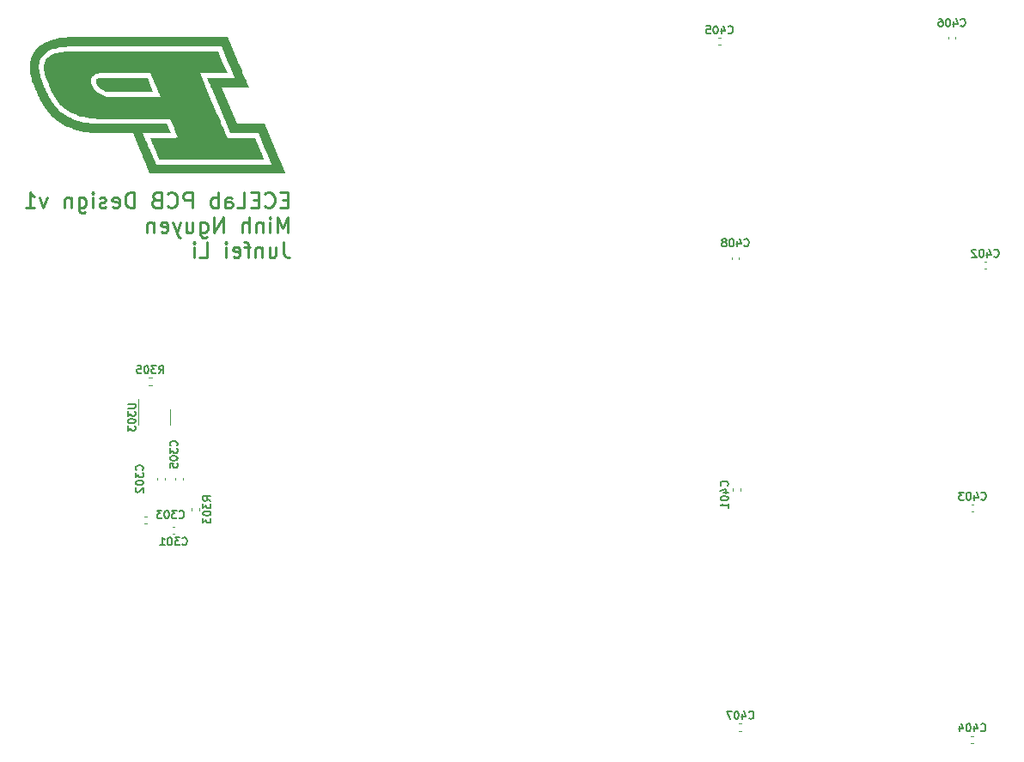
<source format=gbr>
%TF.GenerationSoftware,KiCad,Pcbnew,(6.0.7)*%
%TF.CreationDate,2023-05-23T08:38:14-04:00*%
%TF.ProjectId,ECELab_v1,4543454c-6162-45f7-9631-2e6b69636164,rev?*%
%TF.SameCoordinates,Original*%
%TF.FileFunction,Legend,Bot*%
%TF.FilePolarity,Positive*%
%FSLAX46Y46*%
G04 Gerber Fmt 4.6, Leading zero omitted, Abs format (unit mm)*
G04 Created by KiCad (PCBNEW (6.0.7)) date 2023-05-23 08:38:14*
%MOMM*%
%LPD*%
G01*
G04 APERTURE LIST*
%ADD10C,0.254000*%
%ADD11C,0.127000*%
%ADD12C,0.120000*%
G04 APERTURE END LIST*
D10*
X152430842Y-91112702D02*
X151922842Y-91112702D01*
X151705128Y-91910988D02*
X152430842Y-91910988D01*
X152430842Y-90386988D01*
X151705128Y-90386988D01*
X150181128Y-91765845D02*
X150253700Y-91838417D01*
X150471414Y-91910988D01*
X150616557Y-91910988D01*
X150834271Y-91838417D01*
X150979414Y-91693274D01*
X151051985Y-91548131D01*
X151124557Y-91257845D01*
X151124557Y-91040131D01*
X151051985Y-90749845D01*
X150979414Y-90604702D01*
X150834271Y-90459560D01*
X150616557Y-90386988D01*
X150471414Y-90386988D01*
X150253700Y-90459560D01*
X150181128Y-90532131D01*
X149527985Y-91112702D02*
X149019985Y-91112702D01*
X148802271Y-91910988D02*
X149527985Y-91910988D01*
X149527985Y-90386988D01*
X148802271Y-90386988D01*
X147423414Y-91910988D02*
X148149128Y-91910988D01*
X148149128Y-90386988D01*
X146262271Y-91910988D02*
X146262271Y-91112702D01*
X146334842Y-90967560D01*
X146479985Y-90894988D01*
X146770271Y-90894988D01*
X146915414Y-90967560D01*
X146262271Y-91838417D02*
X146407414Y-91910988D01*
X146770271Y-91910988D01*
X146915414Y-91838417D01*
X146987985Y-91693274D01*
X146987985Y-91548131D01*
X146915414Y-91402988D01*
X146770271Y-91330417D01*
X146407414Y-91330417D01*
X146262271Y-91257845D01*
X145536557Y-91910988D02*
X145536557Y-90386988D01*
X145536557Y-90967560D02*
X145391414Y-90894988D01*
X145101128Y-90894988D01*
X144955985Y-90967560D01*
X144883414Y-91040131D01*
X144810842Y-91185274D01*
X144810842Y-91620702D01*
X144883414Y-91765845D01*
X144955985Y-91838417D01*
X145101128Y-91910988D01*
X145391414Y-91910988D01*
X145536557Y-91838417D01*
X142996557Y-91910988D02*
X142996557Y-90386988D01*
X142415985Y-90386988D01*
X142270842Y-90459560D01*
X142198271Y-90532131D01*
X142125700Y-90677274D01*
X142125700Y-90894988D01*
X142198271Y-91040131D01*
X142270842Y-91112702D01*
X142415985Y-91185274D01*
X142996557Y-91185274D01*
X140601700Y-91765845D02*
X140674271Y-91838417D01*
X140891985Y-91910988D01*
X141037128Y-91910988D01*
X141254842Y-91838417D01*
X141399985Y-91693274D01*
X141472557Y-91548131D01*
X141545128Y-91257845D01*
X141545128Y-91040131D01*
X141472557Y-90749845D01*
X141399985Y-90604702D01*
X141254842Y-90459560D01*
X141037128Y-90386988D01*
X140891985Y-90386988D01*
X140674271Y-90459560D01*
X140601700Y-90532131D01*
X139440557Y-91112702D02*
X139222842Y-91185274D01*
X139150271Y-91257845D01*
X139077700Y-91402988D01*
X139077700Y-91620702D01*
X139150271Y-91765845D01*
X139222842Y-91838417D01*
X139367985Y-91910988D01*
X139948557Y-91910988D01*
X139948557Y-90386988D01*
X139440557Y-90386988D01*
X139295414Y-90459560D01*
X139222842Y-90532131D01*
X139150271Y-90677274D01*
X139150271Y-90822417D01*
X139222842Y-90967560D01*
X139295414Y-91040131D01*
X139440557Y-91112702D01*
X139948557Y-91112702D01*
X137263414Y-91910988D02*
X137263414Y-90386988D01*
X136900557Y-90386988D01*
X136682842Y-90459560D01*
X136537700Y-90604702D01*
X136465128Y-90749845D01*
X136392557Y-91040131D01*
X136392557Y-91257845D01*
X136465128Y-91548131D01*
X136537700Y-91693274D01*
X136682842Y-91838417D01*
X136900557Y-91910988D01*
X137263414Y-91910988D01*
X135158842Y-91838417D02*
X135303985Y-91910988D01*
X135594271Y-91910988D01*
X135739414Y-91838417D01*
X135811985Y-91693274D01*
X135811985Y-91112702D01*
X135739414Y-90967560D01*
X135594271Y-90894988D01*
X135303985Y-90894988D01*
X135158842Y-90967560D01*
X135086271Y-91112702D01*
X135086271Y-91257845D01*
X135811985Y-91402988D01*
X134505700Y-91838417D02*
X134360557Y-91910988D01*
X134070271Y-91910988D01*
X133925128Y-91838417D01*
X133852557Y-91693274D01*
X133852557Y-91620702D01*
X133925128Y-91475560D01*
X134070271Y-91402988D01*
X134287985Y-91402988D01*
X134433128Y-91330417D01*
X134505700Y-91185274D01*
X134505700Y-91112702D01*
X134433128Y-90967560D01*
X134287985Y-90894988D01*
X134070271Y-90894988D01*
X133925128Y-90967560D01*
X133199414Y-91910988D02*
X133199414Y-90894988D01*
X133199414Y-90386988D02*
X133271985Y-90459560D01*
X133199414Y-90532131D01*
X133126842Y-90459560D01*
X133199414Y-90386988D01*
X133199414Y-90532131D01*
X131820557Y-90894988D02*
X131820557Y-92128702D01*
X131893128Y-92273845D01*
X131965700Y-92346417D01*
X132110842Y-92418988D01*
X132328557Y-92418988D01*
X132473700Y-92346417D01*
X131820557Y-91838417D02*
X131965700Y-91910988D01*
X132255985Y-91910988D01*
X132401128Y-91838417D01*
X132473700Y-91765845D01*
X132546271Y-91620702D01*
X132546271Y-91185274D01*
X132473700Y-91040131D01*
X132401128Y-90967560D01*
X132255985Y-90894988D01*
X131965700Y-90894988D01*
X131820557Y-90967560D01*
X131094842Y-90894988D02*
X131094842Y-91910988D01*
X131094842Y-91040131D02*
X131022271Y-90967560D01*
X130877128Y-90894988D01*
X130659414Y-90894988D01*
X130514271Y-90967560D01*
X130441700Y-91112702D01*
X130441700Y-91910988D01*
X128699985Y-90894988D02*
X128337128Y-91910988D01*
X127974271Y-90894988D01*
X126595414Y-91910988D02*
X127466271Y-91910988D01*
X127030842Y-91910988D02*
X127030842Y-90386988D01*
X127175985Y-90604702D01*
X127321128Y-90749845D01*
X127466271Y-90822417D01*
X152430842Y-94364628D02*
X152430842Y-92840628D01*
X151922842Y-93929200D01*
X151414842Y-92840628D01*
X151414842Y-94364628D01*
X150689128Y-94364628D02*
X150689128Y-93348628D01*
X150689128Y-92840628D02*
X150761700Y-92913200D01*
X150689128Y-92985771D01*
X150616557Y-92913200D01*
X150689128Y-92840628D01*
X150689128Y-92985771D01*
X149963414Y-93348628D02*
X149963414Y-94364628D01*
X149963414Y-93493771D02*
X149890842Y-93421200D01*
X149745700Y-93348628D01*
X149527985Y-93348628D01*
X149382842Y-93421200D01*
X149310271Y-93566342D01*
X149310271Y-94364628D01*
X148584557Y-94364628D02*
X148584557Y-92840628D01*
X147931414Y-94364628D02*
X147931414Y-93566342D01*
X148003985Y-93421200D01*
X148149128Y-93348628D01*
X148366842Y-93348628D01*
X148511985Y-93421200D01*
X148584557Y-93493771D01*
X146044557Y-94364628D02*
X146044557Y-92840628D01*
X145173700Y-94364628D01*
X145173700Y-92840628D01*
X143794842Y-93348628D02*
X143794842Y-94582342D01*
X143867414Y-94727485D01*
X143939985Y-94800057D01*
X144085128Y-94872628D01*
X144302842Y-94872628D01*
X144447985Y-94800057D01*
X143794842Y-94292057D02*
X143939985Y-94364628D01*
X144230271Y-94364628D01*
X144375414Y-94292057D01*
X144447985Y-94219485D01*
X144520557Y-94074342D01*
X144520557Y-93638914D01*
X144447985Y-93493771D01*
X144375414Y-93421200D01*
X144230271Y-93348628D01*
X143939985Y-93348628D01*
X143794842Y-93421200D01*
X142415985Y-93348628D02*
X142415985Y-94364628D01*
X143069128Y-93348628D02*
X143069128Y-94146914D01*
X142996557Y-94292057D01*
X142851414Y-94364628D01*
X142633700Y-94364628D01*
X142488557Y-94292057D01*
X142415985Y-94219485D01*
X141835414Y-93348628D02*
X141472557Y-94364628D01*
X141109700Y-93348628D02*
X141472557Y-94364628D01*
X141617700Y-94727485D01*
X141690271Y-94800057D01*
X141835414Y-94872628D01*
X139948557Y-94292057D02*
X140093700Y-94364628D01*
X140383985Y-94364628D01*
X140529128Y-94292057D01*
X140601700Y-94146914D01*
X140601700Y-93566342D01*
X140529128Y-93421200D01*
X140383985Y-93348628D01*
X140093700Y-93348628D01*
X139948557Y-93421200D01*
X139875985Y-93566342D01*
X139875985Y-93711485D01*
X140601700Y-93856628D01*
X139222842Y-93348628D02*
X139222842Y-94364628D01*
X139222842Y-93493771D02*
X139150271Y-93421200D01*
X139005128Y-93348628D01*
X138787414Y-93348628D01*
X138642271Y-93421200D01*
X138569700Y-93566342D01*
X138569700Y-94364628D01*
X151995414Y-95294268D02*
X151995414Y-96382840D01*
X152067985Y-96600554D01*
X152213128Y-96745697D01*
X152430842Y-96818268D01*
X152575985Y-96818268D01*
X150616557Y-95802268D02*
X150616557Y-96818268D01*
X151269700Y-95802268D02*
X151269700Y-96600554D01*
X151197128Y-96745697D01*
X151051985Y-96818268D01*
X150834271Y-96818268D01*
X150689128Y-96745697D01*
X150616557Y-96673125D01*
X149890842Y-95802268D02*
X149890842Y-96818268D01*
X149890842Y-95947411D02*
X149818271Y-95874840D01*
X149673128Y-95802268D01*
X149455414Y-95802268D01*
X149310271Y-95874840D01*
X149237700Y-96019982D01*
X149237700Y-96818268D01*
X148729700Y-95802268D02*
X148149128Y-95802268D01*
X148511985Y-96818268D02*
X148511985Y-95511982D01*
X148439414Y-95366840D01*
X148294271Y-95294268D01*
X148149128Y-95294268D01*
X147060557Y-96745697D02*
X147205700Y-96818268D01*
X147495985Y-96818268D01*
X147641128Y-96745697D01*
X147713700Y-96600554D01*
X147713700Y-96019982D01*
X147641128Y-95874840D01*
X147495985Y-95802268D01*
X147205700Y-95802268D01*
X147060557Y-95874840D01*
X146987985Y-96019982D01*
X146987985Y-96165125D01*
X147713700Y-96310268D01*
X146334842Y-96818268D02*
X146334842Y-95802268D01*
X146334842Y-95294268D02*
X146407414Y-95366840D01*
X146334842Y-95439411D01*
X146262271Y-95366840D01*
X146334842Y-95294268D01*
X146334842Y-95439411D01*
X143722271Y-96818268D02*
X144447985Y-96818268D01*
X144447985Y-95294268D01*
X143214271Y-96818268D02*
X143214271Y-95802268D01*
X143214271Y-95294268D02*
X143286842Y-95366840D01*
X143214271Y-95439411D01*
X143141700Y-95366840D01*
X143214271Y-95294268D01*
X143214271Y-95439411D01*
D11*
%TO.C,C305*%
X141496142Y-115403085D02*
X141532428Y-115366800D01*
X141568714Y-115257942D01*
X141568714Y-115185371D01*
X141532428Y-115076514D01*
X141459857Y-115003942D01*
X141387285Y-114967657D01*
X141242142Y-114931371D01*
X141133285Y-114931371D01*
X140988142Y-114967657D01*
X140915571Y-115003942D01*
X140843000Y-115076514D01*
X140806714Y-115185371D01*
X140806714Y-115257942D01*
X140843000Y-115366800D01*
X140879285Y-115403085D01*
X140806714Y-115657085D02*
X140806714Y-116128800D01*
X141097000Y-115874800D01*
X141097000Y-115983657D01*
X141133285Y-116056228D01*
X141169571Y-116092514D01*
X141242142Y-116128800D01*
X141423571Y-116128800D01*
X141496142Y-116092514D01*
X141532428Y-116056228D01*
X141568714Y-115983657D01*
X141568714Y-115765942D01*
X141532428Y-115693371D01*
X141496142Y-115657085D01*
X140806714Y-116600514D02*
X140806714Y-116673085D01*
X140843000Y-116745657D01*
X140879285Y-116781942D01*
X140951857Y-116818228D01*
X141097000Y-116854514D01*
X141278428Y-116854514D01*
X141423571Y-116818228D01*
X141496142Y-116781942D01*
X141532428Y-116745657D01*
X141568714Y-116673085D01*
X141568714Y-116600514D01*
X141532428Y-116527942D01*
X141496142Y-116491657D01*
X141423571Y-116455371D01*
X141278428Y-116419085D01*
X141097000Y-116419085D01*
X140951857Y-116455371D01*
X140879285Y-116491657D01*
X140843000Y-116527942D01*
X140806714Y-116600514D01*
X140806714Y-117543942D02*
X140806714Y-117181085D01*
X141169571Y-117144800D01*
X141133285Y-117181085D01*
X141097000Y-117253657D01*
X141097000Y-117435085D01*
X141133285Y-117507657D01*
X141169571Y-117543942D01*
X141242142Y-117580228D01*
X141423571Y-117580228D01*
X141496142Y-117543942D01*
X141532428Y-117507657D01*
X141568714Y-117435085D01*
X141568714Y-117253657D01*
X141532428Y-117181085D01*
X141496142Y-117144800D01*
%TO.C,C302*%
X138117942Y-117816085D02*
X138154228Y-117779800D01*
X138190514Y-117670942D01*
X138190514Y-117598371D01*
X138154228Y-117489514D01*
X138081657Y-117416942D01*
X138009085Y-117380657D01*
X137863942Y-117344371D01*
X137755085Y-117344371D01*
X137609942Y-117380657D01*
X137537371Y-117416942D01*
X137464800Y-117489514D01*
X137428514Y-117598371D01*
X137428514Y-117670942D01*
X137464800Y-117779800D01*
X137501085Y-117816085D01*
X137428514Y-118070085D02*
X137428514Y-118541800D01*
X137718800Y-118287800D01*
X137718800Y-118396657D01*
X137755085Y-118469228D01*
X137791371Y-118505514D01*
X137863942Y-118541800D01*
X138045371Y-118541800D01*
X138117942Y-118505514D01*
X138154228Y-118469228D01*
X138190514Y-118396657D01*
X138190514Y-118178942D01*
X138154228Y-118106371D01*
X138117942Y-118070085D01*
X137428514Y-119013514D02*
X137428514Y-119086085D01*
X137464800Y-119158657D01*
X137501085Y-119194942D01*
X137573657Y-119231228D01*
X137718800Y-119267514D01*
X137900228Y-119267514D01*
X138045371Y-119231228D01*
X138117942Y-119194942D01*
X138154228Y-119158657D01*
X138190514Y-119086085D01*
X138190514Y-119013514D01*
X138154228Y-118940942D01*
X138117942Y-118904657D01*
X138045371Y-118868371D01*
X137900228Y-118832085D01*
X137718800Y-118832085D01*
X137573657Y-118868371D01*
X137501085Y-118904657D01*
X137464800Y-118940942D01*
X137428514Y-119013514D01*
X137501085Y-119557800D02*
X137464800Y-119594085D01*
X137428514Y-119666657D01*
X137428514Y-119848085D01*
X137464800Y-119920657D01*
X137501085Y-119956942D01*
X137573657Y-119993228D01*
X137646228Y-119993228D01*
X137755085Y-119956942D01*
X138190514Y-119521514D01*
X138190514Y-119993228D01*
%TO.C,C408*%
X197397914Y-95674542D02*
X197434200Y-95710828D01*
X197543057Y-95747114D01*
X197615628Y-95747114D01*
X197724485Y-95710828D01*
X197797057Y-95638257D01*
X197833342Y-95565685D01*
X197869628Y-95420542D01*
X197869628Y-95311685D01*
X197833342Y-95166542D01*
X197797057Y-95093971D01*
X197724485Y-95021400D01*
X197615628Y-94985114D01*
X197543057Y-94985114D01*
X197434200Y-95021400D01*
X197397914Y-95057685D01*
X196744771Y-95239114D02*
X196744771Y-95747114D01*
X196926200Y-94948828D02*
X197107628Y-95493114D01*
X196635914Y-95493114D01*
X196200485Y-94985114D02*
X196127914Y-94985114D01*
X196055342Y-95021400D01*
X196019057Y-95057685D01*
X195982771Y-95130257D01*
X195946485Y-95275400D01*
X195946485Y-95456828D01*
X195982771Y-95601971D01*
X196019057Y-95674542D01*
X196055342Y-95710828D01*
X196127914Y-95747114D01*
X196200485Y-95747114D01*
X196273057Y-95710828D01*
X196309342Y-95674542D01*
X196345628Y-95601971D01*
X196381914Y-95456828D01*
X196381914Y-95275400D01*
X196345628Y-95130257D01*
X196309342Y-95057685D01*
X196273057Y-95021400D01*
X196200485Y-94985114D01*
X195511057Y-95311685D02*
X195583628Y-95275400D01*
X195619914Y-95239114D01*
X195656200Y-95166542D01*
X195656200Y-95130257D01*
X195619914Y-95057685D01*
X195583628Y-95021400D01*
X195511057Y-94985114D01*
X195365914Y-94985114D01*
X195293342Y-95021400D01*
X195257057Y-95057685D01*
X195220771Y-95130257D01*
X195220771Y-95166542D01*
X195257057Y-95239114D01*
X195293342Y-95275400D01*
X195365914Y-95311685D01*
X195511057Y-95311685D01*
X195583628Y-95347971D01*
X195619914Y-95384257D01*
X195656200Y-95456828D01*
X195656200Y-95601971D01*
X195619914Y-95674542D01*
X195583628Y-95710828D01*
X195511057Y-95747114D01*
X195365914Y-95747114D01*
X195293342Y-95710828D01*
X195257057Y-95674542D01*
X195220771Y-95601971D01*
X195220771Y-95456828D01*
X195257057Y-95384257D01*
X195293342Y-95347971D01*
X195365914Y-95311685D01*
%TO.C,R303*%
X144845314Y-120838685D02*
X144482457Y-120584685D01*
X144845314Y-120403257D02*
X144083314Y-120403257D01*
X144083314Y-120693542D01*
X144119600Y-120766114D01*
X144155885Y-120802400D01*
X144228457Y-120838685D01*
X144337314Y-120838685D01*
X144409885Y-120802400D01*
X144446171Y-120766114D01*
X144482457Y-120693542D01*
X144482457Y-120403257D01*
X144083314Y-121092685D02*
X144083314Y-121564400D01*
X144373600Y-121310400D01*
X144373600Y-121419257D01*
X144409885Y-121491828D01*
X144446171Y-121528114D01*
X144518742Y-121564400D01*
X144700171Y-121564400D01*
X144772742Y-121528114D01*
X144809028Y-121491828D01*
X144845314Y-121419257D01*
X144845314Y-121201542D01*
X144809028Y-121128971D01*
X144772742Y-121092685D01*
X144083314Y-122036114D02*
X144083314Y-122108685D01*
X144119600Y-122181257D01*
X144155885Y-122217542D01*
X144228457Y-122253828D01*
X144373600Y-122290114D01*
X144555028Y-122290114D01*
X144700171Y-122253828D01*
X144772742Y-122217542D01*
X144809028Y-122181257D01*
X144845314Y-122108685D01*
X144845314Y-122036114D01*
X144809028Y-121963542D01*
X144772742Y-121927257D01*
X144700171Y-121890971D01*
X144555028Y-121854685D01*
X144373600Y-121854685D01*
X144228457Y-121890971D01*
X144155885Y-121927257D01*
X144119600Y-121963542D01*
X144083314Y-122036114D01*
X144083314Y-122544114D02*
X144083314Y-123015828D01*
X144373600Y-122761828D01*
X144373600Y-122870685D01*
X144409885Y-122943257D01*
X144446171Y-122979542D01*
X144518742Y-123015828D01*
X144700171Y-123015828D01*
X144772742Y-122979542D01*
X144809028Y-122943257D01*
X144845314Y-122870685D01*
X144845314Y-122652971D01*
X144809028Y-122580400D01*
X144772742Y-122544114D01*
%TO.C,C407*%
X197880514Y-142291942D02*
X197916800Y-142328228D01*
X198025657Y-142364514D01*
X198098228Y-142364514D01*
X198207085Y-142328228D01*
X198279657Y-142255657D01*
X198315942Y-142183085D01*
X198352228Y-142037942D01*
X198352228Y-141929085D01*
X198315942Y-141783942D01*
X198279657Y-141711371D01*
X198207085Y-141638800D01*
X198098228Y-141602514D01*
X198025657Y-141602514D01*
X197916800Y-141638800D01*
X197880514Y-141675085D01*
X197227371Y-141856514D02*
X197227371Y-142364514D01*
X197408800Y-141566228D02*
X197590228Y-142110514D01*
X197118514Y-142110514D01*
X196683085Y-141602514D02*
X196610514Y-141602514D01*
X196537942Y-141638800D01*
X196501657Y-141675085D01*
X196465371Y-141747657D01*
X196429085Y-141892800D01*
X196429085Y-142074228D01*
X196465371Y-142219371D01*
X196501657Y-142291942D01*
X196537942Y-142328228D01*
X196610514Y-142364514D01*
X196683085Y-142364514D01*
X196755657Y-142328228D01*
X196791942Y-142291942D01*
X196828228Y-142219371D01*
X196864514Y-142074228D01*
X196864514Y-141892800D01*
X196828228Y-141747657D01*
X196791942Y-141675085D01*
X196755657Y-141638800D01*
X196683085Y-141602514D01*
X196175085Y-141602514D02*
X195667085Y-141602514D01*
X195993657Y-142364514D01*
%TO.C,C301*%
X142025914Y-125138542D02*
X142062200Y-125174828D01*
X142171057Y-125211114D01*
X142243628Y-125211114D01*
X142352485Y-125174828D01*
X142425057Y-125102257D01*
X142461342Y-125029685D01*
X142497628Y-124884542D01*
X142497628Y-124775685D01*
X142461342Y-124630542D01*
X142425057Y-124557971D01*
X142352485Y-124485400D01*
X142243628Y-124449114D01*
X142171057Y-124449114D01*
X142062200Y-124485400D01*
X142025914Y-124521685D01*
X141771914Y-124449114D02*
X141300200Y-124449114D01*
X141554200Y-124739400D01*
X141445342Y-124739400D01*
X141372771Y-124775685D01*
X141336485Y-124811971D01*
X141300200Y-124884542D01*
X141300200Y-125065971D01*
X141336485Y-125138542D01*
X141372771Y-125174828D01*
X141445342Y-125211114D01*
X141663057Y-125211114D01*
X141735628Y-125174828D01*
X141771914Y-125138542D01*
X140828485Y-124449114D02*
X140755914Y-124449114D01*
X140683342Y-124485400D01*
X140647057Y-124521685D01*
X140610771Y-124594257D01*
X140574485Y-124739400D01*
X140574485Y-124920828D01*
X140610771Y-125065971D01*
X140647057Y-125138542D01*
X140683342Y-125174828D01*
X140755914Y-125211114D01*
X140828485Y-125211114D01*
X140901057Y-125174828D01*
X140937342Y-125138542D01*
X140973628Y-125065971D01*
X141009914Y-124920828D01*
X141009914Y-124739400D01*
X140973628Y-124594257D01*
X140937342Y-124521685D01*
X140901057Y-124485400D01*
X140828485Y-124449114D01*
X139848771Y-125211114D02*
X140284200Y-125211114D01*
X140066485Y-125211114D02*
X140066485Y-124449114D01*
X140139057Y-124557971D01*
X140211628Y-124630542D01*
X140284200Y-124666828D01*
%TO.C,C406*%
X218733914Y-73957542D02*
X218770200Y-73993828D01*
X218879057Y-74030114D01*
X218951628Y-74030114D01*
X219060485Y-73993828D01*
X219133057Y-73921257D01*
X219169342Y-73848685D01*
X219205628Y-73703542D01*
X219205628Y-73594685D01*
X219169342Y-73449542D01*
X219133057Y-73376971D01*
X219060485Y-73304400D01*
X218951628Y-73268114D01*
X218879057Y-73268114D01*
X218770200Y-73304400D01*
X218733914Y-73340685D01*
X218080771Y-73522114D02*
X218080771Y-74030114D01*
X218262200Y-73231828D02*
X218443628Y-73776114D01*
X217971914Y-73776114D01*
X217536485Y-73268114D02*
X217463914Y-73268114D01*
X217391342Y-73304400D01*
X217355057Y-73340685D01*
X217318771Y-73413257D01*
X217282485Y-73558400D01*
X217282485Y-73739828D01*
X217318771Y-73884971D01*
X217355057Y-73957542D01*
X217391342Y-73993828D01*
X217463914Y-74030114D01*
X217536485Y-74030114D01*
X217609057Y-73993828D01*
X217645342Y-73957542D01*
X217681628Y-73884971D01*
X217717914Y-73739828D01*
X217717914Y-73558400D01*
X217681628Y-73413257D01*
X217645342Y-73340685D01*
X217609057Y-73304400D01*
X217536485Y-73268114D01*
X216629342Y-73268114D02*
X216774485Y-73268114D01*
X216847057Y-73304400D01*
X216883342Y-73340685D01*
X216955914Y-73449542D01*
X216992200Y-73594685D01*
X216992200Y-73884971D01*
X216955914Y-73957542D01*
X216919628Y-73993828D01*
X216847057Y-74030114D01*
X216701914Y-74030114D01*
X216629342Y-73993828D01*
X216593057Y-73957542D01*
X216556771Y-73884971D01*
X216556771Y-73703542D01*
X216593057Y-73630971D01*
X216629342Y-73594685D01*
X216701914Y-73558400D01*
X216847057Y-73558400D01*
X216919628Y-73594685D01*
X216955914Y-73630971D01*
X216992200Y-73703542D01*
%TO.C,C303*%
X141721114Y-122496942D02*
X141757400Y-122533228D01*
X141866257Y-122569514D01*
X141938828Y-122569514D01*
X142047685Y-122533228D01*
X142120257Y-122460657D01*
X142156542Y-122388085D01*
X142192828Y-122242942D01*
X142192828Y-122134085D01*
X142156542Y-121988942D01*
X142120257Y-121916371D01*
X142047685Y-121843800D01*
X141938828Y-121807514D01*
X141866257Y-121807514D01*
X141757400Y-121843800D01*
X141721114Y-121880085D01*
X141467114Y-121807514D02*
X140995400Y-121807514D01*
X141249400Y-122097800D01*
X141140542Y-122097800D01*
X141067971Y-122134085D01*
X141031685Y-122170371D01*
X140995400Y-122242942D01*
X140995400Y-122424371D01*
X141031685Y-122496942D01*
X141067971Y-122533228D01*
X141140542Y-122569514D01*
X141358257Y-122569514D01*
X141430828Y-122533228D01*
X141467114Y-122496942D01*
X140523685Y-121807514D02*
X140451114Y-121807514D01*
X140378542Y-121843800D01*
X140342257Y-121880085D01*
X140305971Y-121952657D01*
X140269685Y-122097800D01*
X140269685Y-122279228D01*
X140305971Y-122424371D01*
X140342257Y-122496942D01*
X140378542Y-122533228D01*
X140451114Y-122569514D01*
X140523685Y-122569514D01*
X140596257Y-122533228D01*
X140632542Y-122496942D01*
X140668828Y-122424371D01*
X140705114Y-122279228D01*
X140705114Y-122097800D01*
X140668828Y-121952657D01*
X140632542Y-121880085D01*
X140596257Y-121843800D01*
X140523685Y-121807514D01*
X140015685Y-121807514D02*
X139543971Y-121807514D01*
X139797971Y-122097800D01*
X139689114Y-122097800D01*
X139616542Y-122134085D01*
X139580257Y-122170371D01*
X139543971Y-122242942D01*
X139543971Y-122424371D01*
X139580257Y-122496942D01*
X139616542Y-122533228D01*
X139689114Y-122569514D01*
X139906828Y-122569514D01*
X139979400Y-122533228D01*
X140015685Y-122496942D01*
%TO.C,U303*%
X136641114Y-111266514D02*
X137257971Y-111266514D01*
X137330542Y-111302800D01*
X137366828Y-111339085D01*
X137403114Y-111411657D01*
X137403114Y-111556800D01*
X137366828Y-111629371D01*
X137330542Y-111665657D01*
X137257971Y-111701942D01*
X136641114Y-111701942D01*
X136641114Y-111992228D02*
X136641114Y-112463942D01*
X136931400Y-112209942D01*
X136931400Y-112318800D01*
X136967685Y-112391371D01*
X137003971Y-112427657D01*
X137076542Y-112463942D01*
X137257971Y-112463942D01*
X137330542Y-112427657D01*
X137366828Y-112391371D01*
X137403114Y-112318800D01*
X137403114Y-112101085D01*
X137366828Y-112028514D01*
X137330542Y-111992228D01*
X136641114Y-112935657D02*
X136641114Y-113008228D01*
X136677400Y-113080800D01*
X136713685Y-113117085D01*
X136786257Y-113153371D01*
X136931400Y-113189657D01*
X137112828Y-113189657D01*
X137257971Y-113153371D01*
X137330542Y-113117085D01*
X137366828Y-113080800D01*
X137403114Y-113008228D01*
X137403114Y-112935657D01*
X137366828Y-112863085D01*
X137330542Y-112826800D01*
X137257971Y-112790514D01*
X137112828Y-112754228D01*
X136931400Y-112754228D01*
X136786257Y-112790514D01*
X136713685Y-112826800D01*
X136677400Y-112863085D01*
X136641114Y-112935657D01*
X136641114Y-113443657D02*
X136641114Y-113915371D01*
X136931400Y-113661371D01*
X136931400Y-113770228D01*
X136967685Y-113842800D01*
X137003971Y-113879085D01*
X137076542Y-113915371D01*
X137257971Y-113915371D01*
X137330542Y-113879085D01*
X137366828Y-113842800D01*
X137403114Y-113770228D01*
X137403114Y-113552514D01*
X137366828Y-113479942D01*
X137330542Y-113443657D01*
%TO.C,C402*%
X222027714Y-96712142D02*
X222064000Y-96748428D01*
X222172857Y-96784714D01*
X222245428Y-96784714D01*
X222354285Y-96748428D01*
X222426857Y-96675857D01*
X222463142Y-96603285D01*
X222499428Y-96458142D01*
X222499428Y-96349285D01*
X222463142Y-96204142D01*
X222426857Y-96131571D01*
X222354285Y-96059000D01*
X222245428Y-96022714D01*
X222172857Y-96022714D01*
X222064000Y-96059000D01*
X222027714Y-96095285D01*
X221374571Y-96276714D02*
X221374571Y-96784714D01*
X221556000Y-95986428D02*
X221737428Y-96530714D01*
X221265714Y-96530714D01*
X220830285Y-96022714D02*
X220757714Y-96022714D01*
X220685142Y-96059000D01*
X220648857Y-96095285D01*
X220612571Y-96167857D01*
X220576285Y-96313000D01*
X220576285Y-96494428D01*
X220612571Y-96639571D01*
X220648857Y-96712142D01*
X220685142Y-96748428D01*
X220757714Y-96784714D01*
X220830285Y-96784714D01*
X220902857Y-96748428D01*
X220939142Y-96712142D01*
X220975428Y-96639571D01*
X221011714Y-96494428D01*
X221011714Y-96313000D01*
X220975428Y-96167857D01*
X220939142Y-96095285D01*
X220902857Y-96059000D01*
X220830285Y-96022714D01*
X220286000Y-96095285D02*
X220249714Y-96059000D01*
X220177142Y-96022714D01*
X219995714Y-96022714D01*
X219923142Y-96059000D01*
X219886857Y-96095285D01*
X219850571Y-96167857D01*
X219850571Y-96240428D01*
X219886857Y-96349285D01*
X220322285Y-96784714D01*
X219850571Y-96784714D01*
%TO.C,C404*%
X220740514Y-143511142D02*
X220776800Y-143547428D01*
X220885657Y-143583714D01*
X220958228Y-143583714D01*
X221067085Y-143547428D01*
X221139657Y-143474857D01*
X221175942Y-143402285D01*
X221212228Y-143257142D01*
X221212228Y-143148285D01*
X221175942Y-143003142D01*
X221139657Y-142930571D01*
X221067085Y-142858000D01*
X220958228Y-142821714D01*
X220885657Y-142821714D01*
X220776800Y-142858000D01*
X220740514Y-142894285D01*
X220087371Y-143075714D02*
X220087371Y-143583714D01*
X220268800Y-142785428D02*
X220450228Y-143329714D01*
X219978514Y-143329714D01*
X219543085Y-142821714D02*
X219470514Y-142821714D01*
X219397942Y-142858000D01*
X219361657Y-142894285D01*
X219325371Y-142966857D01*
X219289085Y-143112000D01*
X219289085Y-143293428D01*
X219325371Y-143438571D01*
X219361657Y-143511142D01*
X219397942Y-143547428D01*
X219470514Y-143583714D01*
X219543085Y-143583714D01*
X219615657Y-143547428D01*
X219651942Y-143511142D01*
X219688228Y-143438571D01*
X219724514Y-143293428D01*
X219724514Y-143112000D01*
X219688228Y-142966857D01*
X219651942Y-142894285D01*
X219615657Y-142858000D01*
X219543085Y-142821714D01*
X218635942Y-143075714D02*
X218635942Y-143583714D01*
X218817371Y-142785428D02*
X218998800Y-143329714D01*
X218527085Y-143329714D01*
%TO.C,C401*%
X195750542Y-119365485D02*
X195786828Y-119329200D01*
X195823114Y-119220342D01*
X195823114Y-119147771D01*
X195786828Y-119038914D01*
X195714257Y-118966342D01*
X195641685Y-118930057D01*
X195496542Y-118893771D01*
X195387685Y-118893771D01*
X195242542Y-118930057D01*
X195169971Y-118966342D01*
X195097400Y-119038914D01*
X195061114Y-119147771D01*
X195061114Y-119220342D01*
X195097400Y-119329200D01*
X195133685Y-119365485D01*
X195315114Y-120018628D02*
X195823114Y-120018628D01*
X195024828Y-119837200D02*
X195569114Y-119655771D01*
X195569114Y-120127485D01*
X195061114Y-120562914D02*
X195061114Y-120635485D01*
X195097400Y-120708057D01*
X195133685Y-120744342D01*
X195206257Y-120780628D01*
X195351400Y-120816914D01*
X195532828Y-120816914D01*
X195677971Y-120780628D01*
X195750542Y-120744342D01*
X195786828Y-120708057D01*
X195823114Y-120635485D01*
X195823114Y-120562914D01*
X195786828Y-120490342D01*
X195750542Y-120454057D01*
X195677971Y-120417771D01*
X195532828Y-120381485D01*
X195351400Y-120381485D01*
X195206257Y-120417771D01*
X195133685Y-120454057D01*
X195097400Y-120490342D01*
X195061114Y-120562914D01*
X195823114Y-121542628D02*
X195823114Y-121107200D01*
X195823114Y-121324914D02*
X195061114Y-121324914D01*
X195169971Y-121252342D01*
X195242542Y-121179771D01*
X195278828Y-121107200D01*
%TO.C,C405*%
X195827714Y-74668742D02*
X195864000Y-74705028D01*
X195972857Y-74741314D01*
X196045428Y-74741314D01*
X196154285Y-74705028D01*
X196226857Y-74632457D01*
X196263142Y-74559885D01*
X196299428Y-74414742D01*
X196299428Y-74305885D01*
X196263142Y-74160742D01*
X196226857Y-74088171D01*
X196154285Y-74015600D01*
X196045428Y-73979314D01*
X195972857Y-73979314D01*
X195864000Y-74015600D01*
X195827714Y-74051885D01*
X195174571Y-74233314D02*
X195174571Y-74741314D01*
X195356000Y-73943028D02*
X195537428Y-74487314D01*
X195065714Y-74487314D01*
X194630285Y-73979314D02*
X194557714Y-73979314D01*
X194485142Y-74015600D01*
X194448857Y-74051885D01*
X194412571Y-74124457D01*
X194376285Y-74269600D01*
X194376285Y-74451028D01*
X194412571Y-74596171D01*
X194448857Y-74668742D01*
X194485142Y-74705028D01*
X194557714Y-74741314D01*
X194630285Y-74741314D01*
X194702857Y-74705028D01*
X194739142Y-74668742D01*
X194775428Y-74596171D01*
X194811714Y-74451028D01*
X194811714Y-74269600D01*
X194775428Y-74124457D01*
X194739142Y-74051885D01*
X194702857Y-74015600D01*
X194630285Y-73979314D01*
X193686857Y-73979314D02*
X194049714Y-73979314D01*
X194086000Y-74342171D01*
X194049714Y-74305885D01*
X193977142Y-74269600D01*
X193795714Y-74269600D01*
X193723142Y-74305885D01*
X193686857Y-74342171D01*
X193650571Y-74414742D01*
X193650571Y-74596171D01*
X193686857Y-74668742D01*
X193723142Y-74705028D01*
X193795714Y-74741314D01*
X193977142Y-74741314D01*
X194049714Y-74705028D01*
X194086000Y-74668742D01*
%TO.C,R305*%
X139714514Y-108269314D02*
X139968514Y-107906457D01*
X140149942Y-108269314D02*
X140149942Y-107507314D01*
X139859657Y-107507314D01*
X139787085Y-107543600D01*
X139750800Y-107579885D01*
X139714514Y-107652457D01*
X139714514Y-107761314D01*
X139750800Y-107833885D01*
X139787085Y-107870171D01*
X139859657Y-107906457D01*
X140149942Y-107906457D01*
X139460514Y-107507314D02*
X138988800Y-107507314D01*
X139242800Y-107797600D01*
X139133942Y-107797600D01*
X139061371Y-107833885D01*
X139025085Y-107870171D01*
X138988800Y-107942742D01*
X138988800Y-108124171D01*
X139025085Y-108196742D01*
X139061371Y-108233028D01*
X139133942Y-108269314D01*
X139351657Y-108269314D01*
X139424228Y-108233028D01*
X139460514Y-108196742D01*
X138517085Y-107507314D02*
X138444514Y-107507314D01*
X138371942Y-107543600D01*
X138335657Y-107579885D01*
X138299371Y-107652457D01*
X138263085Y-107797600D01*
X138263085Y-107979028D01*
X138299371Y-108124171D01*
X138335657Y-108196742D01*
X138371942Y-108233028D01*
X138444514Y-108269314D01*
X138517085Y-108269314D01*
X138589657Y-108233028D01*
X138625942Y-108196742D01*
X138662228Y-108124171D01*
X138698514Y-107979028D01*
X138698514Y-107797600D01*
X138662228Y-107652457D01*
X138625942Y-107579885D01*
X138589657Y-107543600D01*
X138517085Y-107507314D01*
X137573657Y-107507314D02*
X137936514Y-107507314D01*
X137972800Y-107870171D01*
X137936514Y-107833885D01*
X137863942Y-107797600D01*
X137682514Y-107797600D01*
X137609942Y-107833885D01*
X137573657Y-107870171D01*
X137537371Y-107942742D01*
X137537371Y-108124171D01*
X137573657Y-108196742D01*
X137609942Y-108233028D01*
X137682514Y-108269314D01*
X137863942Y-108269314D01*
X137936514Y-108233028D01*
X137972800Y-108196742D01*
%TO.C,C403*%
X220765914Y-120676542D02*
X220802200Y-120712828D01*
X220911057Y-120749114D01*
X220983628Y-120749114D01*
X221092485Y-120712828D01*
X221165057Y-120640257D01*
X221201342Y-120567685D01*
X221237628Y-120422542D01*
X221237628Y-120313685D01*
X221201342Y-120168542D01*
X221165057Y-120095971D01*
X221092485Y-120023400D01*
X220983628Y-119987114D01*
X220911057Y-119987114D01*
X220802200Y-120023400D01*
X220765914Y-120059685D01*
X220112771Y-120241114D02*
X220112771Y-120749114D01*
X220294200Y-119950828D02*
X220475628Y-120495114D01*
X220003914Y-120495114D01*
X219568485Y-119987114D02*
X219495914Y-119987114D01*
X219423342Y-120023400D01*
X219387057Y-120059685D01*
X219350771Y-120132257D01*
X219314485Y-120277400D01*
X219314485Y-120458828D01*
X219350771Y-120603971D01*
X219387057Y-120676542D01*
X219423342Y-120712828D01*
X219495914Y-120749114D01*
X219568485Y-120749114D01*
X219641057Y-120712828D01*
X219677342Y-120676542D01*
X219713628Y-120603971D01*
X219749914Y-120458828D01*
X219749914Y-120277400D01*
X219713628Y-120132257D01*
X219677342Y-120059685D01*
X219641057Y-120023400D01*
X219568485Y-119987114D01*
X219060485Y-119987114D02*
X218588771Y-119987114D01*
X218842771Y-120277400D01*
X218733914Y-120277400D01*
X218661342Y-120313685D01*
X218625057Y-120349971D01*
X218588771Y-120422542D01*
X218588771Y-120603971D01*
X218625057Y-120676542D01*
X218661342Y-120712828D01*
X218733914Y-120749114D01*
X218951628Y-120749114D01*
X219024200Y-120712828D01*
X219060485Y-120676542D01*
D12*
%TO.C,C305*%
X141346600Y-118776636D02*
X141346600Y-118560964D01*
X142066600Y-118776636D02*
X142066600Y-118560964D01*
%TO.C,G\u002A\u002A\u002A*%
G36*
X145058830Y-81690498D02*
G01*
X145157177Y-81921521D01*
X145253994Y-82148947D01*
X145348952Y-82372004D01*
X145441723Y-82589919D01*
X145531979Y-82801922D01*
X145619390Y-83007241D01*
X145703629Y-83205103D01*
X145784366Y-83394739D01*
X145861274Y-83575375D01*
X145934023Y-83746241D01*
X146002286Y-83906565D01*
X146065733Y-84055574D01*
X146124036Y-84192499D01*
X146176867Y-84316566D01*
X146223896Y-84427004D01*
X146264797Y-84523042D01*
X146299239Y-84603908D01*
X146326894Y-84668831D01*
X146347435Y-84717038D01*
X146360532Y-84747759D01*
X146475856Y-85018095D01*
X147839169Y-85020611D01*
X149202482Y-85023126D01*
X149658440Y-86094340D01*
X149692671Y-86174784D01*
X149750325Y-86310372D01*
X149805490Y-86440234D01*
X149857686Y-86563230D01*
X149906430Y-86678222D01*
X149951242Y-86784071D01*
X149991641Y-86879638D01*
X150027144Y-86963785D01*
X150057272Y-87035371D01*
X150081543Y-87093259D01*
X150099474Y-87136310D01*
X150110586Y-87163384D01*
X150114397Y-87173344D01*
X150111748Y-87173594D01*
X150091873Y-87174071D01*
X150053037Y-87174541D01*
X149995823Y-87175001D01*
X149920813Y-87175452D01*
X149828588Y-87175893D01*
X149719732Y-87176321D01*
X149594825Y-87176738D01*
X149454451Y-87177141D01*
X149299190Y-87177530D01*
X149129625Y-87177904D01*
X148946338Y-87178262D01*
X148749911Y-87178604D01*
X148540926Y-87178928D01*
X148319965Y-87179233D01*
X148087610Y-87179519D01*
X147844443Y-87179785D01*
X147591046Y-87180029D01*
X147328002Y-87180252D01*
X147055891Y-87180451D01*
X146775297Y-87180627D01*
X146486800Y-87180778D01*
X146190984Y-87180904D01*
X145888430Y-87181003D01*
X145579721Y-87181075D01*
X145265437Y-87181119D01*
X144946162Y-87181134D01*
X144736853Y-87181132D01*
X144351450Y-87181115D01*
X143985235Y-87181080D01*
X143637777Y-87181026D01*
X143308646Y-87180953D01*
X142997410Y-87180859D01*
X142703639Y-87180743D01*
X142426902Y-87180605D01*
X142166770Y-87180442D01*
X141922810Y-87180254D01*
X141694592Y-87180041D01*
X141481686Y-87179801D01*
X141283660Y-87179532D01*
X141100085Y-87179235D01*
X140930529Y-87178907D01*
X140774561Y-87178548D01*
X140631752Y-87178157D01*
X140501670Y-87177733D01*
X140383884Y-87177275D01*
X140277965Y-87176782D01*
X140183480Y-87176252D01*
X140100000Y-87175685D01*
X140027094Y-87175079D01*
X139964331Y-87174435D01*
X139911280Y-87173749D01*
X139867511Y-87173023D01*
X139832592Y-87172254D01*
X139806094Y-87171441D01*
X139787586Y-87170584D01*
X139776636Y-87169681D01*
X139772815Y-87168732D01*
X139771703Y-87166100D01*
X139763829Y-87147579D01*
X139748889Y-87112488D01*
X139727376Y-87061983D01*
X139699783Y-86997221D01*
X139666602Y-86919358D01*
X139628327Y-86829551D01*
X139585450Y-86728954D01*
X139538465Y-86618725D01*
X139487862Y-86500020D01*
X139434137Y-86373995D01*
X139377780Y-86241807D01*
X139319286Y-86104611D01*
X139292676Y-86042190D01*
X139235060Y-85906970D01*
X139179807Y-85777206D01*
X139127410Y-85654061D01*
X139078362Y-85538699D01*
X139033157Y-85432281D01*
X138992289Y-85335971D01*
X138956250Y-85250933D01*
X138925535Y-85178330D01*
X138900636Y-85119325D01*
X138882047Y-85075081D01*
X138870262Y-85046761D01*
X138865773Y-85035529D01*
X138865596Y-85034688D01*
X138866222Y-85032335D01*
X138869336Y-85030216D01*
X138875902Y-85028319D01*
X138886883Y-85026632D01*
X138903244Y-85025142D01*
X138925949Y-85023837D01*
X138955963Y-85022705D01*
X138994249Y-85021734D01*
X139041772Y-85020911D01*
X139099496Y-85020224D01*
X139168386Y-85019662D01*
X139249405Y-85019211D01*
X139343519Y-85018861D01*
X139451691Y-85018597D01*
X139574885Y-85018409D01*
X139714065Y-85018284D01*
X139870197Y-85018210D01*
X140044244Y-85018174D01*
X140237171Y-85018165D01*
X140422543Y-85018160D01*
X140597098Y-85018137D01*
X140753708Y-85018081D01*
X140893340Y-85017980D01*
X141016964Y-85017820D01*
X141125547Y-85017588D01*
X141220058Y-85017271D01*
X141301465Y-85016855D01*
X141370736Y-85016327D01*
X141428841Y-85015674D01*
X141476746Y-85014883D01*
X141515422Y-85013939D01*
X141545835Y-85012831D01*
X141568956Y-85011544D01*
X141585750Y-85010065D01*
X141597188Y-85008382D01*
X141604238Y-85006480D01*
X141607867Y-85004346D01*
X141609045Y-85001968D01*
X141608740Y-84999331D01*
X141607263Y-84995313D01*
X141598810Y-84974459D01*
X141583389Y-84937291D01*
X141561534Y-84885070D01*
X141533779Y-84819057D01*
X141500655Y-84740517D01*
X141462697Y-84650710D01*
X141420438Y-84550898D01*
X141374411Y-84442345D01*
X141325148Y-84326313D01*
X141273185Y-84204063D01*
X141219053Y-84076858D01*
X140834291Y-83173220D01*
X137266473Y-83170003D01*
X137163209Y-83169911D01*
X136849413Y-83169637D01*
X136554587Y-83169384D01*
X136278068Y-83169143D01*
X136019191Y-83168904D01*
X135777293Y-83168659D01*
X135551710Y-83168398D01*
X135341778Y-83168113D01*
X135146834Y-83167793D01*
X134966213Y-83167429D01*
X134799252Y-83167014D01*
X134645288Y-83166536D01*
X134503656Y-83165988D01*
X134373692Y-83165360D01*
X134254734Y-83164643D01*
X134146116Y-83163827D01*
X134047176Y-83162904D01*
X133957249Y-83161864D01*
X133875672Y-83160698D01*
X133801781Y-83159398D01*
X133734912Y-83157953D01*
X133674402Y-83156354D01*
X133619587Y-83154593D01*
X133569802Y-83152661D01*
X133524384Y-83150547D01*
X133482670Y-83148243D01*
X133443996Y-83145740D01*
X133407697Y-83143029D01*
X133373111Y-83140100D01*
X133339573Y-83136944D01*
X133306419Y-83133552D01*
X133272986Y-83129915D01*
X133238610Y-83126024D01*
X133202627Y-83121869D01*
X133164374Y-83117442D01*
X133123186Y-83112733D01*
X132967023Y-83093639D01*
X132640478Y-83043854D01*
X132329521Y-82982405D01*
X132033723Y-82909143D01*
X131752660Y-82823920D01*
X131485904Y-82726584D01*
X131233028Y-82616988D01*
X130993607Y-82494982D01*
X130767213Y-82360416D01*
X130553421Y-82213141D01*
X130505322Y-82176931D01*
X130306803Y-82013670D01*
X130118002Y-81835186D01*
X129938311Y-81640785D01*
X129767120Y-81429776D01*
X129603821Y-81201464D01*
X129447804Y-80955157D01*
X129412428Y-80894726D01*
X129337144Y-80759212D01*
X129258230Y-80608782D01*
X129176933Y-80446216D01*
X129094501Y-80274297D01*
X129012180Y-80095806D01*
X128931216Y-79913525D01*
X128852859Y-79730235D01*
X128778353Y-79548719D01*
X128715324Y-79388016D01*
X133031359Y-79388016D01*
X133041335Y-79501842D01*
X133065656Y-79617266D01*
X133105193Y-79739298D01*
X133139453Y-79824497D01*
X133223162Y-79994313D01*
X133323015Y-80154169D01*
X133437856Y-80303184D01*
X133566529Y-80440476D01*
X133707878Y-80565164D01*
X133860747Y-80676367D01*
X134023980Y-80773201D01*
X134196420Y-80854787D01*
X134376912Y-80920242D01*
X134564298Y-80968684D01*
X134757424Y-80999233D01*
X134759135Y-80999402D01*
X134782646Y-81000669D01*
X134824355Y-81001851D01*
X134884370Y-81002948D01*
X134962802Y-81003962D01*
X135059760Y-81004892D01*
X135175355Y-81005738D01*
X135309695Y-81006502D01*
X135462891Y-81007184D01*
X135635053Y-81007784D01*
X135826290Y-81008302D01*
X136036712Y-81008740D01*
X136266428Y-81009096D01*
X136515549Y-81009373D01*
X136784184Y-81009571D01*
X137072444Y-81009689D01*
X137380437Y-81009728D01*
X137499242Y-81009728D01*
X137755177Y-81009724D01*
X137992301Y-81009711D01*
X138211329Y-81009683D01*
X138412977Y-81009636D01*
X138597963Y-81009562D01*
X138767003Y-81009457D01*
X138920812Y-81009316D01*
X139060108Y-81009132D01*
X139185607Y-81008900D01*
X139298026Y-81008614D01*
X139398080Y-81008269D01*
X139486486Y-81007860D01*
X139563960Y-81007381D01*
X139631220Y-81006825D01*
X139688981Y-81006189D01*
X139737960Y-81005466D01*
X139778873Y-81004650D01*
X139812436Y-81003737D01*
X139839367Y-81002720D01*
X139860381Y-81001594D01*
X139876195Y-81000353D01*
X139887525Y-80998993D01*
X139895088Y-80997506D01*
X139899600Y-80995889D01*
X139901777Y-80994134D01*
X139902336Y-80992238D01*
X139901994Y-80990193D01*
X139901915Y-80989929D01*
X139896838Y-80977072D01*
X139884486Y-80947159D01*
X139865326Y-80901299D01*
X139839828Y-80840599D01*
X139808459Y-80766167D01*
X139771689Y-80679111D01*
X139729986Y-80580538D01*
X139683819Y-80471555D01*
X139633655Y-80353271D01*
X139579965Y-80226792D01*
X139523216Y-80093228D01*
X139463877Y-79953685D01*
X139402416Y-79809270D01*
X138907946Y-78647882D01*
X133807796Y-78654276D01*
X133698655Y-78675668D01*
X133567787Y-78706726D01*
X133451400Y-78746429D01*
X133350135Y-78795128D01*
X133262337Y-78853619D01*
X133186351Y-78922702D01*
X133153919Y-78959628D01*
X133102283Y-79035504D01*
X133065536Y-79118485D01*
X133042479Y-79211643D01*
X133031911Y-79318048D01*
X133031359Y-79388016D01*
X128715324Y-79388016D01*
X128708947Y-79371757D01*
X128645887Y-79202131D01*
X128590420Y-79042624D01*
X128569757Y-78979556D01*
X128505508Y-78763643D01*
X128455789Y-78560621D01*
X128420650Y-78369949D01*
X128400141Y-78191086D01*
X128394313Y-78023490D01*
X128403215Y-77866620D01*
X128426898Y-77719935D01*
X128465412Y-77582895D01*
X128518808Y-77454958D01*
X128587135Y-77335582D01*
X128670444Y-77224228D01*
X128768784Y-77120353D01*
X128830948Y-77064257D01*
X128915224Y-76997795D01*
X129006226Y-76937402D01*
X129110395Y-76878519D01*
X129153552Y-76856391D01*
X129316804Y-76783324D01*
X129496788Y-76718321D01*
X129693722Y-76661333D01*
X129907829Y-76612316D01*
X130139327Y-76571223D01*
X130388438Y-76538008D01*
X130655380Y-76512625D01*
X130940374Y-76495028D01*
X130962667Y-76494317D01*
X131000962Y-76493600D01*
X131054546Y-76492920D01*
X131123588Y-76492275D01*
X131208257Y-76491666D01*
X131308720Y-76491093D01*
X131425147Y-76490555D01*
X131557707Y-76490053D01*
X131706567Y-76489586D01*
X131871898Y-76489153D01*
X132053866Y-76488756D01*
X132252643Y-76488393D01*
X132468395Y-76488064D01*
X132701291Y-76487770D01*
X132951501Y-76487510D01*
X133219193Y-76487284D01*
X133504535Y-76487091D01*
X133807697Y-76486932D01*
X134128847Y-76486806D01*
X134468154Y-76486714D01*
X134825786Y-76486655D01*
X135201913Y-76486628D01*
X135596702Y-76486634D01*
X136010323Y-76486673D01*
X136442944Y-76486744D01*
X136894734Y-76486847D01*
X137365862Y-76486982D01*
X137856496Y-76487149D01*
X138366805Y-76487348D01*
X145565032Y-76490314D01*
X146023176Y-77566837D01*
X146481319Y-78643361D01*
X145123611Y-78648322D01*
X143765904Y-78653282D01*
X144761584Y-80992238D01*
X145005556Y-81565353D01*
X145058830Y-81690498D01*
G37*
G36*
X151939406Y-87871477D02*
G01*
X151994469Y-88000942D01*
X152044322Y-88118173D01*
X152088644Y-88222418D01*
X152127114Y-88312922D01*
X152159413Y-88388933D01*
X152185220Y-88449699D01*
X152204215Y-88494465D01*
X152216078Y-88522480D01*
X152220488Y-88532989D01*
X152220475Y-88533868D01*
X152219176Y-88534963D01*
X152216020Y-88536008D01*
X152210569Y-88537005D01*
X152202386Y-88537955D01*
X152191030Y-88538858D01*
X152176064Y-88539717D01*
X152157048Y-88540532D01*
X152133544Y-88541305D01*
X152105114Y-88542036D01*
X152071317Y-88542727D01*
X152031716Y-88543378D01*
X151985872Y-88543992D01*
X151933347Y-88544569D01*
X151873700Y-88545109D01*
X151806495Y-88545616D01*
X151731291Y-88546088D01*
X151647651Y-88546529D01*
X151555135Y-88546938D01*
X151453305Y-88547317D01*
X151341722Y-88547667D01*
X151219947Y-88547989D01*
X151087542Y-88548285D01*
X150944068Y-88548555D01*
X150789086Y-88548801D01*
X150622157Y-88549023D01*
X150442843Y-88549224D01*
X150250705Y-88549403D01*
X150045304Y-88549563D01*
X149826201Y-88549704D01*
X149592959Y-88549827D01*
X149345137Y-88549934D01*
X149082298Y-88550026D01*
X148804002Y-88550103D01*
X148509811Y-88550168D01*
X148199286Y-88550220D01*
X147871989Y-88550262D01*
X147527480Y-88550295D01*
X147165321Y-88550319D01*
X146785073Y-88550335D01*
X146386297Y-88550346D01*
X145968556Y-88550351D01*
X145531409Y-88550353D01*
X138835684Y-88550353D01*
X138705745Y-88245255D01*
X138699146Y-88229757D01*
X138678286Y-88180767D01*
X138650344Y-88115133D01*
X138615802Y-88033990D01*
X138575143Y-87938472D01*
X138528848Y-87829713D01*
X138477402Y-87708847D01*
X138421287Y-87577008D01*
X138360985Y-87435330D01*
X138296979Y-87284948D01*
X138229752Y-87126994D01*
X138159787Y-86962605D01*
X138087565Y-86792912D01*
X138013571Y-86619051D01*
X137938286Y-86442156D01*
X137862194Y-86263361D01*
X137148581Y-84586564D01*
X135458345Y-84580535D01*
X135392874Y-84580300D01*
X135177983Y-84579508D01*
X134981535Y-84578735D01*
X134802443Y-84577962D01*
X134639618Y-84577169D01*
X134491973Y-84576337D01*
X134358422Y-84575446D01*
X134237875Y-84574476D01*
X134129246Y-84573407D01*
X134031447Y-84572221D01*
X133943391Y-84570896D01*
X133863989Y-84569414D01*
X133792155Y-84567754D01*
X133726801Y-84565898D01*
X133666840Y-84563825D01*
X133611183Y-84561516D01*
X133558743Y-84558951D01*
X133508434Y-84556111D01*
X133459166Y-84552975D01*
X133409853Y-84549524D01*
X133359407Y-84545738D01*
X133306741Y-84541598D01*
X133094096Y-84522650D01*
X132722128Y-84479356D01*
X132365404Y-84424220D01*
X132023334Y-84357027D01*
X131695327Y-84277567D01*
X131380793Y-84185626D01*
X131079141Y-84080991D01*
X130789779Y-83963452D01*
X130512118Y-83832794D01*
X130245567Y-83688806D01*
X129989534Y-83531274D01*
X129743430Y-83359987D01*
X129506663Y-83174733D01*
X129500921Y-83169948D01*
X129449190Y-83124823D01*
X129387295Y-83067980D01*
X129317954Y-83002144D01*
X129243885Y-82930039D01*
X129167803Y-82854393D01*
X129092426Y-82777928D01*
X129020470Y-82703372D01*
X128954654Y-82633449D01*
X128897694Y-82570883D01*
X128852307Y-82518401D01*
X128741615Y-82381482D01*
X128596946Y-82190157D01*
X128456600Y-81989639D01*
X128319928Y-81778753D01*
X128186278Y-81556321D01*
X128054999Y-81321167D01*
X127925440Y-81072113D01*
X127796950Y-80807982D01*
X127668878Y-80527597D01*
X127540573Y-80229783D01*
X127411385Y-79913361D01*
X127337090Y-79720192D01*
X127239166Y-79439541D01*
X127157415Y-79169297D01*
X127091780Y-78908886D01*
X127042206Y-78657731D01*
X127008637Y-78415255D01*
X126991017Y-78180884D01*
X126989876Y-78030954D01*
X127907977Y-78030954D01*
X127913348Y-78197963D01*
X127930897Y-78373209D01*
X127960753Y-78557646D01*
X128003044Y-78752230D01*
X128057902Y-78957916D01*
X128125454Y-79175657D01*
X128205831Y-79406409D01*
X128299161Y-79651127D01*
X128419105Y-79946229D01*
X128542676Y-80233752D01*
X128665915Y-80503201D01*
X128789364Y-80755450D01*
X128913565Y-80991375D01*
X129039062Y-81211853D01*
X129166396Y-81417759D01*
X129296109Y-81609968D01*
X129428744Y-81789355D01*
X129564844Y-81956798D01*
X129704950Y-82113171D01*
X129849605Y-82259349D01*
X129999351Y-82396210D01*
X130099100Y-82480340D01*
X130308796Y-82641606D01*
X130528629Y-82790284D01*
X130759167Y-82926561D01*
X131000976Y-83050626D01*
X131254624Y-83162667D01*
X131520678Y-83262871D01*
X131799704Y-83351427D01*
X132092269Y-83428521D01*
X132398941Y-83494343D01*
X132720286Y-83549080D01*
X133056871Y-83592920D01*
X133409264Y-83626051D01*
X133778030Y-83648661D01*
X133795629Y-83649288D01*
X133839825Y-83650261D01*
X133903299Y-83651186D01*
X133985702Y-83652064D01*
X134086685Y-83652894D01*
X134205898Y-83653673D01*
X134342993Y-83654401D01*
X134497619Y-83655078D01*
X134669430Y-83655701D01*
X134858074Y-83656271D01*
X135063204Y-83656786D01*
X135284470Y-83657244D01*
X135521523Y-83657646D01*
X135774014Y-83657990D01*
X136041594Y-83658275D01*
X136323914Y-83658499D01*
X136620624Y-83658663D01*
X136931377Y-83658765D01*
X137255822Y-83658803D01*
X140515332Y-83658868D01*
X140885064Y-84527032D01*
X139506261Y-84529548D01*
X139441049Y-84529667D01*
X139254214Y-84530025D01*
X139085946Y-84530379D01*
X138935281Y-84530744D01*
X138801256Y-84531134D01*
X138682909Y-84531562D01*
X138579277Y-84532042D01*
X138489396Y-84532589D01*
X138412304Y-84533216D01*
X138347038Y-84533938D01*
X138292635Y-84534767D01*
X138248132Y-84535718D01*
X138212566Y-84536806D01*
X138184974Y-84538043D01*
X138164394Y-84539444D01*
X138149862Y-84541022D01*
X138140415Y-84542792D01*
X138135091Y-84544768D01*
X138132926Y-84546963D01*
X138132958Y-84549391D01*
X138133073Y-84549714D01*
X138138334Y-84562546D01*
X138150924Y-84592575D01*
X138170438Y-84638849D01*
X138196472Y-84700416D01*
X138228620Y-84776323D01*
X138266479Y-84865617D01*
X138309645Y-84967346D01*
X138357712Y-85080558D01*
X138410277Y-85204299D01*
X138466935Y-85337618D01*
X138527281Y-85479561D01*
X138590912Y-85629177D01*
X138657422Y-85785512D01*
X138726408Y-85947615D01*
X138797465Y-86114532D01*
X139456470Y-87662345D01*
X145153215Y-87664834D01*
X145339630Y-87664915D01*
X145733176Y-87665083D01*
X146107570Y-87665238D01*
X146463290Y-87665377D01*
X146800810Y-87665500D01*
X147120607Y-87665606D01*
X147423155Y-87665694D01*
X147708932Y-87665761D01*
X147978411Y-87665807D01*
X148232069Y-87665831D01*
X148470382Y-87665831D01*
X148693825Y-87665806D01*
X148902874Y-87665755D01*
X149098005Y-87665676D01*
X149279692Y-87665569D01*
X149448413Y-87665432D01*
X149604642Y-87665264D01*
X149748855Y-87665064D01*
X149881528Y-87664830D01*
X150003136Y-87664561D01*
X150114155Y-87664256D01*
X150215062Y-87663914D01*
X150306330Y-87663533D01*
X150388437Y-87663113D01*
X150461857Y-87662651D01*
X150527066Y-87662147D01*
X150584541Y-87661599D01*
X150634756Y-87661007D01*
X150678187Y-87660369D01*
X150715311Y-87659683D01*
X150746602Y-87658949D01*
X150772536Y-87658165D01*
X150793589Y-87657330D01*
X150810237Y-87656442D01*
X150822955Y-87655501D01*
X150832218Y-87654506D01*
X150838504Y-87653454D01*
X150842286Y-87652345D01*
X150844041Y-87651178D01*
X150844245Y-87649951D01*
X150844129Y-87649630D01*
X150838849Y-87636802D01*
X150826244Y-87606775D01*
X150806718Y-87560502D01*
X150780675Y-87498935D01*
X150748519Y-87423027D01*
X150710656Y-87333730D01*
X150667488Y-87231997D01*
X150619422Y-87118782D01*
X150566861Y-86995036D01*
X150510210Y-86861711D01*
X150449873Y-86719762D01*
X150386255Y-86570141D01*
X150319759Y-86413799D01*
X150250792Y-86251690D01*
X150179756Y-86084767D01*
X149520981Y-84536954D01*
X146794373Y-84531924D01*
X145648975Y-81841860D01*
X145560829Y-81634839D01*
X145468823Y-81418746D01*
X145379113Y-81208041D01*
X145292003Y-81003438D01*
X145207799Y-80805652D01*
X145126803Y-80615399D01*
X145049322Y-80433393D01*
X144975658Y-80260349D01*
X144906116Y-80096982D01*
X144841001Y-79944008D01*
X144780617Y-79802141D01*
X144725269Y-79672096D01*
X144675259Y-79554589D01*
X144630894Y-79450334D01*
X144592477Y-79360047D01*
X144560313Y-79284442D01*
X144534706Y-79224234D01*
X144515960Y-79180139D01*
X144504380Y-79152871D01*
X144500270Y-79143145D01*
X144501326Y-79142763D01*
X144517344Y-79141698D01*
X144551811Y-79140681D01*
X144603696Y-79139717D01*
X144671966Y-79138814D01*
X144755587Y-79137977D01*
X144853527Y-79137215D01*
X144964754Y-79136532D01*
X145088233Y-79135937D01*
X145222933Y-79135435D01*
X145367821Y-79135033D01*
X145521864Y-79134738D01*
X145684028Y-79134556D01*
X145853282Y-79134493D01*
X146013451Y-79134490D01*
X146188915Y-79134470D01*
X146346321Y-79134418D01*
X146486644Y-79134322D01*
X146610861Y-79134168D01*
X146719946Y-79133942D01*
X146814876Y-79133631D01*
X146896626Y-79133221D01*
X146966170Y-79132698D01*
X147024486Y-79132049D01*
X147072548Y-79131259D01*
X147111333Y-79130317D01*
X147141815Y-79129207D01*
X147164969Y-79127916D01*
X147181773Y-79126431D01*
X147193201Y-79124738D01*
X147200228Y-79122823D01*
X147203831Y-79120672D01*
X147204985Y-79118273D01*
X147204665Y-79115611D01*
X147204556Y-79115267D01*
X147199354Y-79102254D01*
X147186829Y-79072044D01*
X147167383Y-79025589D01*
X147141421Y-78963844D01*
X147109347Y-78887762D01*
X147071563Y-78798298D01*
X147028474Y-78696405D01*
X146980484Y-78583036D01*
X146927996Y-78459146D01*
X146871414Y-78325688D01*
X146811141Y-78183616D01*
X146747582Y-78033885D01*
X146681140Y-77877446D01*
X146612219Y-77715255D01*
X146541222Y-77548265D01*
X145882718Y-75999801D01*
X138520686Y-75999546D01*
X138154740Y-75999541D01*
X137659620Y-75999557D01*
X137180962Y-75999601D01*
X136718897Y-75999672D01*
X136273556Y-75999770D01*
X135845068Y-75999896D01*
X135433562Y-76000049D01*
X135039170Y-76000229D01*
X134662021Y-76000435D01*
X134302246Y-76000668D01*
X133959973Y-76000927D01*
X133635334Y-76001213D01*
X133328458Y-76001524D01*
X133039476Y-76001861D01*
X132768517Y-76002224D01*
X132515711Y-76002613D01*
X132281189Y-76003026D01*
X132065080Y-76003465D01*
X131867514Y-76003929D01*
X131688622Y-76004418D01*
X131528534Y-76004932D01*
X131387379Y-76005470D01*
X131265287Y-76006032D01*
X131162389Y-76006619D01*
X131078815Y-76007230D01*
X131014695Y-76007864D01*
X130970158Y-76008522D01*
X130945335Y-76009204D01*
X130757946Y-76019584D01*
X130467848Y-76042948D01*
X130195252Y-76074442D01*
X129939745Y-76114162D01*
X129700911Y-76162208D01*
X129478336Y-76218678D01*
X129271605Y-76283669D01*
X129080303Y-76357279D01*
X128904016Y-76439608D01*
X128742328Y-76530753D01*
X128612500Y-76618919D01*
X128473786Y-76732776D01*
X128347944Y-76858233D01*
X128236312Y-76993647D01*
X128140225Y-77137377D01*
X128061018Y-77287781D01*
X128000028Y-77443216D01*
X127963635Y-77569804D01*
X127933250Y-77717830D01*
X127914654Y-77871228D01*
X127907977Y-78030954D01*
X126989876Y-78030954D01*
X126989290Y-77954040D01*
X127003402Y-77734149D01*
X127033295Y-77520635D01*
X127078915Y-77312921D01*
X127140206Y-77110431D01*
X127162441Y-77051729D01*
X127193841Y-76977881D01*
X127230979Y-76896805D01*
X127271441Y-76813465D01*
X127312816Y-76732822D01*
X127352690Y-76659838D01*
X127388652Y-76599475D01*
X127512108Y-76421682D01*
X127656111Y-76248345D01*
X127815884Y-76086979D01*
X127991374Y-75937616D01*
X128182529Y-75800287D01*
X128389298Y-75675024D01*
X128611626Y-75561859D01*
X128849462Y-75460823D01*
X129102753Y-75371948D01*
X129371447Y-75295266D01*
X129655491Y-75230809D01*
X129742708Y-75214008D01*
X129886827Y-75189037D01*
X130036865Y-75166542D01*
X130195606Y-75146177D01*
X130365830Y-75127597D01*
X130550320Y-75110454D01*
X130751858Y-75094404D01*
X130757688Y-75094049D01*
X130777178Y-75093302D01*
X130806362Y-75092580D01*
X130845548Y-75091883D01*
X130895044Y-75091210D01*
X130955156Y-75090561D01*
X131026193Y-75089935D01*
X131108462Y-75089331D01*
X131202271Y-75088749D01*
X131307927Y-75088188D01*
X131425737Y-75087648D01*
X131556010Y-75087128D01*
X131699053Y-75086628D01*
X131855174Y-75086146D01*
X132024679Y-75085683D01*
X132207877Y-75085238D01*
X132405075Y-75084810D01*
X132616581Y-75084398D01*
X132842702Y-75084003D01*
X133083746Y-75083623D01*
X133340020Y-75083258D01*
X133611832Y-75082907D01*
X133899490Y-75082570D01*
X134203300Y-75082246D01*
X134523572Y-75081934D01*
X134860611Y-75081635D01*
X135214726Y-75081346D01*
X135586225Y-75081069D01*
X135975414Y-75080802D01*
X136382601Y-75080544D01*
X136808095Y-75080296D01*
X137252202Y-75080056D01*
X137715230Y-75079824D01*
X138197487Y-75079599D01*
X138699280Y-75079381D01*
X146487952Y-75076112D01*
X147544632Y-77557991D01*
X147558323Y-77590148D01*
X147648176Y-77801196D01*
X147735960Y-78007390D01*
X147821359Y-78207986D01*
X147904054Y-78402240D01*
X147983729Y-78589405D01*
X148060068Y-78768739D01*
X148132752Y-78939495D01*
X148201466Y-79100930D01*
X148265893Y-79252299D01*
X148325714Y-79392856D01*
X148380614Y-79521858D01*
X148430276Y-79638560D01*
X148474382Y-79742217D01*
X148512616Y-79832085D01*
X148544660Y-79907418D01*
X148570199Y-79967472D01*
X148588914Y-80011503D01*
X148600489Y-80038765D01*
X148604607Y-80048514D01*
X148603306Y-80048935D01*
X148586610Y-80050024D01*
X148551514Y-80051100D01*
X148499063Y-80052156D01*
X148430298Y-80053182D01*
X148346262Y-80054170D01*
X148247999Y-80055111D01*
X148136552Y-80055997D01*
X148012962Y-80056820D01*
X147878274Y-80057569D01*
X147733530Y-80058238D01*
X147579772Y-80058818D01*
X147418044Y-80059299D01*
X147249389Y-80059673D01*
X145890876Y-80062189D01*
X147400172Y-83609189D01*
X148763817Y-83611705D01*
X150127462Y-83614220D01*
X151170652Y-86064923D01*
X151172653Y-86069624D01*
X151262206Y-86280012D01*
X151349751Y-86485697D01*
X151434969Y-86685925D01*
X151517538Y-86879943D01*
X151597139Y-87066999D01*
X151673451Y-87246338D01*
X151746154Y-87417209D01*
X151814928Y-87578857D01*
X151845172Y-87649951D01*
X151879452Y-87730531D01*
X151939406Y-87871477D01*
G37*
G36*
X138877874Y-79810618D02*
G01*
X138923248Y-79917287D01*
X138967899Y-80022297D01*
X139009777Y-80120826D01*
X139048257Y-80211403D01*
X139082715Y-80292554D01*
X139112526Y-80362809D01*
X139137063Y-80420694D01*
X139155704Y-80464737D01*
X139167822Y-80493467D01*
X139172793Y-80505410D01*
X139172925Y-80505771D01*
X139173149Y-80507807D01*
X139171871Y-80509683D01*
X139168326Y-80511403D01*
X139161751Y-80512975D01*
X139151380Y-80514402D01*
X139136451Y-80515690D01*
X139116198Y-80516845D01*
X139089858Y-80517872D01*
X139056666Y-80518776D01*
X139015858Y-80519563D01*
X138966670Y-80520239D01*
X138908337Y-80520808D01*
X138840096Y-80521276D01*
X138761181Y-80521649D01*
X138670829Y-80521931D01*
X138568276Y-80522129D01*
X138452758Y-80522248D01*
X138323509Y-80522293D01*
X138179766Y-80522269D01*
X138020765Y-80522182D01*
X137845742Y-80522037D01*
X137653931Y-80521840D01*
X137444570Y-80521597D01*
X137216893Y-80521311D01*
X136970137Y-80520990D01*
X134760296Y-80518083D01*
X134668776Y-80496842D01*
X134517268Y-80454914D01*
X134361211Y-80396502D01*
X134216411Y-80325841D01*
X134085925Y-80244256D01*
X134052047Y-80219005D01*
X133982080Y-80160543D01*
X133909500Y-80092888D01*
X133839196Y-80020923D01*
X133776055Y-79949531D01*
X133724963Y-79883595D01*
X133712281Y-79865158D01*
X133668375Y-79794826D01*
X133625982Y-79717796D01*
X133587848Y-79639597D01*
X133556718Y-79565756D01*
X133535339Y-79501802D01*
X133524198Y-79453082D01*
X133516093Y-79391338D01*
X133515351Y-79335773D01*
X133521965Y-79290474D01*
X133535923Y-79259526D01*
X133555717Y-79240018D01*
X133600255Y-79211807D01*
X133661006Y-79185391D01*
X133735799Y-79161830D01*
X133817718Y-79139826D01*
X138590140Y-79134314D01*
X138877874Y-79810618D01*
G37*
%TO.C,C302*%
X140314000Y-118560964D02*
X140314000Y-118776636D01*
X139594000Y-118560964D02*
X139594000Y-118776636D01*
%TO.C,C408*%
X196190000Y-96792164D02*
X196190000Y-97007836D01*
X196910000Y-96792164D02*
X196910000Y-97007836D01*
%TO.C,R303*%
X143686800Y-121537759D02*
X143686800Y-121845041D01*
X142926800Y-121537759D02*
X142926800Y-121845041D01*
%TO.C,C407*%
X197135636Y-143539800D02*
X196919964Y-143539800D01*
X197135636Y-142819800D02*
X196919964Y-142819800D01*
%TO.C,C301*%
X141281036Y-123388800D02*
X141065364Y-123388800D01*
X141281036Y-124108800D02*
X141065364Y-124108800D01*
%TO.C,C406*%
X217515000Y-75042164D02*
X217515000Y-75257836D01*
X218235000Y-75042164D02*
X218235000Y-75257836D01*
%TO.C,C303*%
X138296764Y-122372800D02*
X138512436Y-122372800D01*
X138296764Y-123092800D02*
X138512436Y-123092800D01*
%TO.C,U303*%
X140853600Y-112572800D02*
X140853600Y-113372800D01*
X137733600Y-112572800D02*
X137733600Y-110772800D01*
X140853600Y-112572800D02*
X140853600Y-111772800D01*
X137733600Y-112572800D02*
X137733600Y-113372800D01*
%TO.C,C402*%
X221282836Y-97960000D02*
X221067164Y-97960000D01*
X221282836Y-97240000D02*
X221067164Y-97240000D01*
%TO.C,C404*%
X219995636Y-144039000D02*
X219779964Y-144039000D01*
X219995636Y-144759000D02*
X219779964Y-144759000D01*
%TO.C,C401*%
X196312200Y-119602364D02*
X196312200Y-119818036D01*
X197032200Y-119602364D02*
X197032200Y-119818036D01*
%TO.C,C405*%
X194867164Y-75140000D02*
X195082836Y-75140000D01*
X194867164Y-75860000D02*
X195082836Y-75860000D01*
%TO.C,R305*%
X138708159Y-109422200D02*
X139015441Y-109422200D01*
X138708159Y-108662200D02*
X139015441Y-108662200D01*
%TO.C,C403*%
X220021036Y-121204400D02*
X219805364Y-121204400D01*
X220021036Y-121924400D02*
X219805364Y-121924400D01*
%TD*%
M02*

</source>
